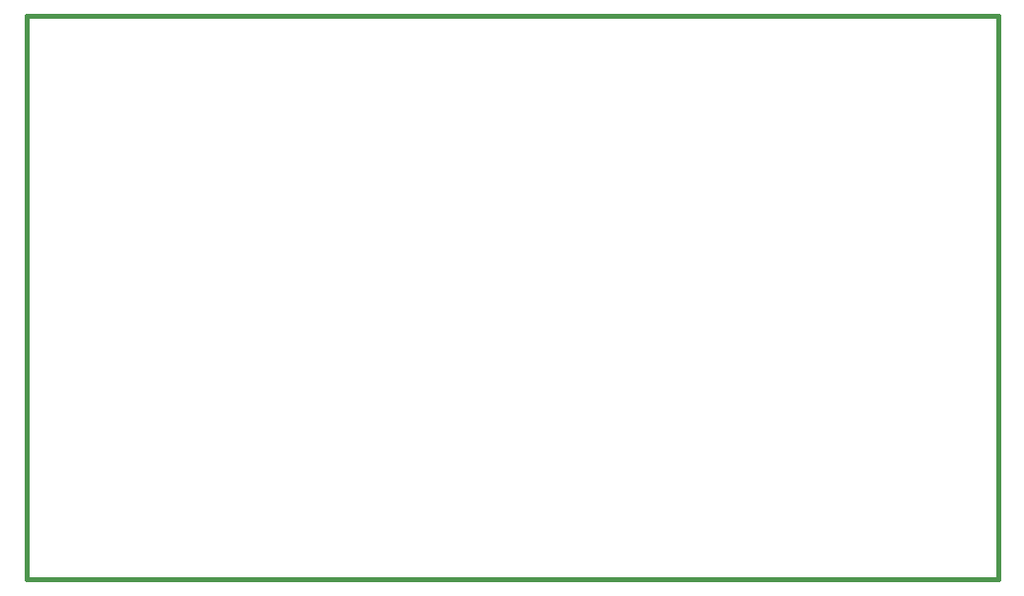
<source format=gbp>
G75*
G70*
%OFA0B0*%
%FSLAX24Y24*%
%IPPOS*%
%LPD*%
%AMOC8*
5,1,8,0,0,1.08239X$1,22.5*
%
%ADD10C,0.0160*%
D10*
X000187Y000189D02*
X000187Y019189D01*
X032937Y019189D01*
X032937Y000189D01*
X000187Y000189D01*
M02*

</source>
